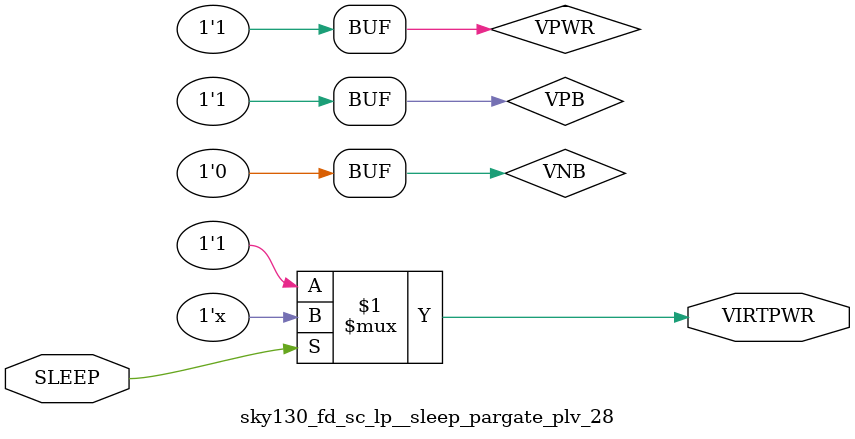
<source format=v>
/*
 * Copyright 2020 The SkyWater PDK Authors
 *
 * Licensed under the Apache License, Version 2.0 (the "License");
 * you may not use this file except in compliance with the License.
 * You may obtain a copy of the License at
 *
 *     https://www.apache.org/licenses/LICENSE-2.0
 *
 * Unless required by applicable law or agreed to in writing, software
 * distributed under the License is distributed on an "AS IS" BASIS,
 * WITHOUT WARRANTIES OR CONDITIONS OF ANY KIND, either express or implied.
 * See the License for the specific language governing permissions and
 * limitations under the License.
 *
 * SPDX-License-Identifier: Apache-2.0
*/


`ifndef SKY130_FD_SC_LP__SLEEP_PARGATE_PLV_28_TIMING_V
`define SKY130_FD_SC_LP__SLEEP_PARGATE_PLV_28_TIMING_V

/**
 * sleep_pargate_plv: ????.
 *
 * Verilog simulation timing model.
 */

`timescale 1ns / 1ps
`default_nettype none

`celldefine
module sky130_fd_sc_lp__sleep_pargate_plv_28 (
    VIRTPWR,
    SLEEP
);

    // Module ports
    output VIRTPWR;
    input  SLEEP  ;

    // Module supplies
    supply1 VPWR;
    supply1 VPB ;
    supply0 VNB ;

    // Local signals
    wire vgnd;

    //       Name       Output   Other arguments
    pulldown pulldown0 (vgnd   );
    bufif0   bufif00   (VIRTPWR, VPWR, SLEEP    );

specify
(SLEEP => VIRTPWR) = (0:0:0,0:0:0,0:0:0,0:0:0,0:0:0,0:0:0);
endspecify
endmodule
`endcelldefine

`default_nettype wire
`endif  // SKY130_FD_SC_LP__SLEEP_PARGATE_PLV_28_TIMING_V

</source>
